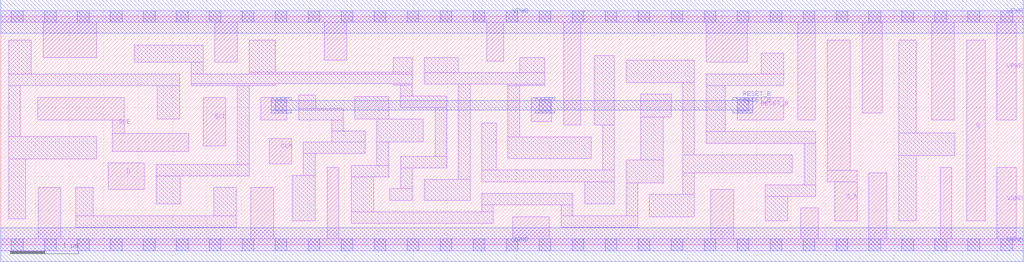
<source format=lef>
# Copyright 2020 The SkyWater PDK Authors
#
# Licensed under the Apache License, Version 2.0 (the "License");
# you may not use this file except in compliance with the License.
# You may obtain a copy of the License at
#
#     https://www.apache.org/licenses/LICENSE-2.0
#
# Unless required by applicable law or agreed to in writing, software
# distributed under the License is distributed on an "AS IS" BASIS,
# WITHOUT WARRANTIES OR CONDITIONS OF ANY KIND, either express or implied.
# See the License for the specific language governing permissions and
# limitations under the License.
#
# SPDX-License-Identifier: Apache-2.0

VERSION 5.7 ;
  NAMESCASESENSITIVE ON ;
  NOWIREEXTENSIONATPIN ON ;
  DIVIDERCHAR "/" ;
  BUSBITCHARS "[]" ;
UNITS
  DATABASE MICRONS 200 ;
END UNITS
MACRO sky130_fd_sc_hs__sdfrbp_2
  CLASS CORE ;
  SOURCE USER ;
  FOREIGN sky130_fd_sc_hs__sdfrbp_2 ;
  ORIGIN  0.000000  0.000000 ;
  SIZE  14.88000 BY  3.330000 ;
  SYMMETRY X Y R90 ;
  SITE unit ;
  PIN D
    ANTENNAGATEAREA  0.159000 ;
    DIRECTION INPUT ;
    USE SIGNAL ;
    PORT
      LAYER li1 ;
        RECT 1.565000 0.810000 2.090000 1.190000 ;
    END
  END D
  PIN Q
    ANTENNADIFFAREA  0.543200 ;
    DIRECTION OUTPUT ;
    USE SIGNAL ;
    PORT
      LAYER li1 ;
        RECT 14.055000 0.350000 14.325000 2.980000 ;
    END
  END Q
  PIN Q_N
    ANTENNADIFFAREA  0.543200 ;
    DIRECTION OUTPUT ;
    USE SIGNAL ;
    PORT
      LAYER li1 ;
        RECT 12.030000 0.915000 12.465000 1.085000 ;
        RECT 12.030000 1.085000 12.360000 2.980000 ;
        RECT 12.135000 0.350000 12.465000 0.915000 ;
    END
  END Q_N
  PIN RESET_B
    ANTENNAGATEAREA  0.411000 ;
    DIRECTION INPUT ;
    USE SIGNAL ;
    PORT
      LAYER li1 ;
        RECT  3.785000 1.820000  4.165000 2.150000 ;
        RECT  7.720000 1.795000  8.020000 2.150000 ;
        RECT 10.715000 1.820000 11.395000 2.150000 ;
      LAYER mcon ;
        RECT  3.995000 1.950000  4.165000 2.120000 ;
        RECT  7.835000 1.950000  8.005000 2.120000 ;
        RECT 10.715000 1.950000 10.885000 2.120000 ;
      LAYER met1 ;
        RECT  3.935000 1.920000  4.225000 1.965000 ;
        RECT  3.935000 1.965000 10.945000 2.105000 ;
        RECT  3.935000 2.105000  4.225000 2.150000 ;
        RECT  7.775000 1.920000  8.065000 1.965000 ;
        RECT  7.775000 2.105000  8.065000 2.150000 ;
        RECT 10.655000 1.920000 10.945000 1.965000 ;
        RECT 10.655000 2.105000 10.945000 2.150000 ;
    END
  END RESET_B
  PIN SCD
    ANTENNAGATEAREA  0.159000 ;
    DIRECTION INPUT ;
    USE SIGNAL ;
    PORT
      LAYER li1 ;
        RECT 2.945000 1.440000 3.275000 2.150000 ;
    END
  END SCD
  PIN SCE
    ANTENNAGATEAREA  0.318000 ;
    DIRECTION INPUT ;
    USE SIGNAL ;
    PORT
      LAYER li1 ;
        RECT 0.540000 1.820000 1.795000 2.150000 ;
        RECT 1.625000 1.360000 2.735000 1.620000 ;
        RECT 1.625000 1.620000 1.795000 1.820000 ;
    END
  END SCE
  PIN CLK
    ANTENNAGATEAREA  0.279000 ;
    DIRECTION INPUT ;
    USE CLOCK ;
    PORT
      LAYER li1 ;
        RECT 3.905000 1.180000 4.235000 1.550000 ;
    END
  END CLK
  PIN VGND
    DIRECTION INOUT ;
    USE GROUND ;
    PORT
      LAYER li1 ;
        RECT  0.000000 -0.085000 14.880000 0.085000 ;
        RECT  0.545000  0.085000  0.875000 0.835000 ;
        RECT  3.640000  0.085000  3.970000 0.835000 ;
        RECT  4.750000  0.085000  4.920000 1.130000 ;
        RECT  7.450000  0.085000  7.985000 0.410000 ;
        RECT 10.335000  0.085000 10.665000 0.810000 ;
        RECT 11.645000  0.085000 11.895000 0.535000 ;
        RECT 12.635000  0.085000 12.895000 1.050000 ;
        RECT 13.670000  0.085000 13.840000 1.130000 ;
        RECT 14.495000  0.085000 14.780000 1.130000 ;
      LAYER mcon ;
        RECT  0.155000 -0.085000  0.325000 0.085000 ;
        RECT  0.635000 -0.085000  0.805000 0.085000 ;
        RECT  1.115000 -0.085000  1.285000 0.085000 ;
        RECT  1.595000 -0.085000  1.765000 0.085000 ;
        RECT  2.075000 -0.085000  2.245000 0.085000 ;
        RECT  2.555000 -0.085000  2.725000 0.085000 ;
        RECT  3.035000 -0.085000  3.205000 0.085000 ;
        RECT  3.515000 -0.085000  3.685000 0.085000 ;
        RECT  3.995000 -0.085000  4.165000 0.085000 ;
        RECT  4.475000 -0.085000  4.645000 0.085000 ;
        RECT  4.955000 -0.085000  5.125000 0.085000 ;
        RECT  5.435000 -0.085000  5.605000 0.085000 ;
        RECT  5.915000 -0.085000  6.085000 0.085000 ;
        RECT  6.395000 -0.085000  6.565000 0.085000 ;
        RECT  6.875000 -0.085000  7.045000 0.085000 ;
        RECT  7.355000 -0.085000  7.525000 0.085000 ;
        RECT  7.835000 -0.085000  8.005000 0.085000 ;
        RECT  8.315000 -0.085000  8.485000 0.085000 ;
        RECT  8.795000 -0.085000  8.965000 0.085000 ;
        RECT  9.275000 -0.085000  9.445000 0.085000 ;
        RECT  9.755000 -0.085000  9.925000 0.085000 ;
        RECT 10.235000 -0.085000 10.405000 0.085000 ;
        RECT 10.715000 -0.085000 10.885000 0.085000 ;
        RECT 11.195000 -0.085000 11.365000 0.085000 ;
        RECT 11.675000 -0.085000 11.845000 0.085000 ;
        RECT 12.155000 -0.085000 12.325000 0.085000 ;
        RECT 12.635000 -0.085000 12.805000 0.085000 ;
        RECT 13.115000 -0.085000 13.285000 0.085000 ;
        RECT 13.595000 -0.085000 13.765000 0.085000 ;
        RECT 14.075000 -0.085000 14.245000 0.085000 ;
        RECT 14.555000 -0.085000 14.725000 0.085000 ;
      LAYER met1 ;
        RECT 0.000000 -0.245000 14.880000 0.245000 ;
    END
  END VGND
  PIN VPWR
    DIRECTION INOUT ;
    USE POWER ;
    PORT
      LAYER li1 ;
        RECT  0.000000 3.245000 14.880000 3.415000 ;
        RECT  0.615000 2.730000  1.400000 3.245000 ;
        RECT  3.115000 2.660000  3.445000 3.245000 ;
        RECT  4.705000 2.690000  5.035000 3.245000 ;
        RECT  7.070000 2.680000  7.320000 3.245000 ;
        RECT  8.190000 1.745000  8.440000 3.245000 ;
        RECT 10.265000 2.660000 10.860000 3.245000 ;
        RECT 11.600000 1.820000 11.850000 3.245000 ;
        RECT 12.540000 1.920000 12.830000 3.245000 ;
        RECT 13.545000 1.820000 13.875000 3.245000 ;
        RECT 14.495000 1.820000 14.775000 3.245000 ;
      LAYER mcon ;
        RECT  0.155000 3.245000  0.325000 3.415000 ;
        RECT  0.635000 3.245000  0.805000 3.415000 ;
        RECT  1.115000 3.245000  1.285000 3.415000 ;
        RECT  1.595000 3.245000  1.765000 3.415000 ;
        RECT  2.075000 3.245000  2.245000 3.415000 ;
        RECT  2.555000 3.245000  2.725000 3.415000 ;
        RECT  3.035000 3.245000  3.205000 3.415000 ;
        RECT  3.515000 3.245000  3.685000 3.415000 ;
        RECT  3.995000 3.245000  4.165000 3.415000 ;
        RECT  4.475000 3.245000  4.645000 3.415000 ;
        RECT  4.955000 3.245000  5.125000 3.415000 ;
        RECT  5.435000 3.245000  5.605000 3.415000 ;
        RECT  5.915000 3.245000  6.085000 3.415000 ;
        RECT  6.395000 3.245000  6.565000 3.415000 ;
        RECT  6.875000 3.245000  7.045000 3.415000 ;
        RECT  7.355000 3.245000  7.525000 3.415000 ;
        RECT  7.835000 3.245000  8.005000 3.415000 ;
        RECT  8.315000 3.245000  8.485000 3.415000 ;
        RECT  8.795000 3.245000  8.965000 3.415000 ;
        RECT  9.275000 3.245000  9.445000 3.415000 ;
        RECT  9.755000 3.245000  9.925000 3.415000 ;
        RECT 10.235000 3.245000 10.405000 3.415000 ;
        RECT 10.715000 3.245000 10.885000 3.415000 ;
        RECT 11.195000 3.245000 11.365000 3.415000 ;
        RECT 11.675000 3.245000 11.845000 3.415000 ;
        RECT 12.155000 3.245000 12.325000 3.415000 ;
        RECT 12.635000 3.245000 12.805000 3.415000 ;
        RECT 13.115000 3.245000 13.285000 3.415000 ;
        RECT 13.595000 3.245000 13.765000 3.415000 ;
        RECT 14.075000 3.245000 14.245000 3.415000 ;
        RECT 14.555000 3.245000 14.725000 3.415000 ;
      LAYER met1 ;
        RECT 0.000000 3.085000 14.880000 3.575000 ;
    END
  END VPWR
  OBS
    LAYER li1 ;
      RECT  0.115000 0.375000  0.365000 1.250000 ;
      RECT  0.115000 1.250000  1.395000 1.580000 ;
      RECT  0.115000 1.580000  0.285000 2.320000 ;
      RECT  0.115000 2.320000  2.605000 2.490000 ;
      RECT  0.115000 2.490000  0.445000 2.980000 ;
      RECT  1.095000 0.255000  3.430000 0.425000 ;
      RECT  1.095000 0.425000  1.345000 0.835000 ;
      RECT  1.940000 2.660000  2.945000 2.910000 ;
      RECT  2.260000 0.595000  2.610000 1.005000 ;
      RECT  2.260000 1.005000  3.615000 1.175000 ;
      RECT  2.275000 1.830000  2.605000 2.320000 ;
      RECT  2.775000 2.320000  3.995000 2.350000 ;
      RECT  2.775000 2.350000  5.985000 2.490000 ;
      RECT  2.775000 2.490000  2.945000 2.660000 ;
      RECT  3.100000 0.425000  3.430000 0.835000 ;
      RECT  3.445000 1.175000  3.615000 2.320000 ;
      RECT  3.615000 2.490000  5.985000 2.520000 ;
      RECT  3.615000 2.520000  3.995000 2.980000 ;
      RECT  4.240000 0.350000  4.575000 1.010000 ;
      RECT  4.335000 1.820000  4.985000 1.990000 ;
      RECT  4.335000 1.990000  4.585000 2.180000 ;
      RECT  4.405000 1.010000  4.575000 1.330000 ;
      RECT  4.405000 1.330000  5.305000 1.500000 ;
      RECT  4.815000 1.500000  5.305000 1.660000 ;
      RECT  4.815000 1.660000  4.985000 1.820000 ;
      RECT  5.100000 0.310000  7.170000 0.480000 ;
      RECT  5.100000 0.480000  5.430000 0.990000 ;
      RECT  5.100000 0.990000  5.645000 1.160000 ;
      RECT  5.155000 1.830000  5.645000 2.160000 ;
      RECT  5.475000 1.160000  5.645000 1.500000 ;
      RECT  5.475000 1.500000  6.150000 1.830000 ;
      RECT  5.660000 0.650000  5.990000 0.820000 ;
      RECT  5.710000 2.330000  5.985000 2.350000 ;
      RECT  5.710000 2.520000  5.985000 2.725000 ;
      RECT  5.815000 2.000000  6.490000 2.170000 ;
      RECT  5.815000 2.170000  5.985000 2.330000 ;
      RECT  5.820000 0.820000  5.990000 1.120000 ;
      RECT  5.820000 1.120000  6.490000 1.290000 ;
      RECT  6.160000 0.650000  6.830000 0.950000 ;
      RECT  6.160000 2.340000  7.915000 2.510000 ;
      RECT  6.160000 2.510000  6.660000 2.725000 ;
      RECT  6.320000 1.290000  6.490000 2.000000 ;
      RECT  6.660000 0.950000  6.830000 2.340000 ;
      RECT  7.000000 0.480000  7.170000 0.580000 ;
      RECT  7.000000 0.580000  8.325000 0.750000 ;
      RECT  7.000000 0.920000  8.930000 1.090000 ;
      RECT  7.000000 1.090000  7.210000 1.775000 ;
      RECT  7.380000 1.260000  8.590000 1.575000 ;
      RECT  7.380000 1.575000  7.550000 2.320000 ;
      RECT  7.380000 2.320000  7.915000 2.340000 ;
      RECT  7.550000 2.510000  7.915000 2.725000 ;
      RECT  8.155000 0.255000  9.270000 0.425000 ;
      RECT  8.155000 0.425000  8.325000 0.580000 ;
      RECT  8.495000 0.595000  8.930000 0.920000 ;
      RECT  8.640000 1.745000  8.930000 2.755000 ;
      RECT  8.760000 1.090000  8.930000 1.745000 ;
      RECT  9.100000 0.425000  9.270000 0.905000 ;
      RECT  9.100000 0.905000  9.640000 1.235000 ;
      RECT  9.100000 2.365000 10.095000 2.695000 ;
      RECT  9.310000 1.235000  9.640000 1.865000 ;
      RECT  9.310000 1.865000  9.755000 2.195000 ;
      RECT  9.440000 0.405000 10.095000 0.735000 ;
      RECT  9.925000 0.735000 10.095000 1.045000 ;
      RECT  9.925000 1.045000 11.520000 1.310000 ;
      RECT  9.925000 1.310000 10.095000 2.365000 ;
      RECT 10.265000 1.480000 11.860000 1.650000 ;
      RECT 10.265000 1.650000 10.545000 2.320000 ;
      RECT 10.265000 2.320000 11.395000 2.490000 ;
      RECT 11.065000 2.490000 11.395000 2.795000 ;
      RECT 11.125000 0.350000 11.455000 0.705000 ;
      RECT 11.125000 0.705000 11.860000 0.875000 ;
      RECT 11.690000 0.875000 11.860000 1.480000 ;
      RECT 13.065000 0.350000 13.325000 1.300000 ;
      RECT 13.065000 1.300000 13.885000 1.630000 ;
      RECT 13.065000 1.630000 13.325000 2.980000 ;
  END
END sky130_fd_sc_hs__sdfrbp_2

</source>
